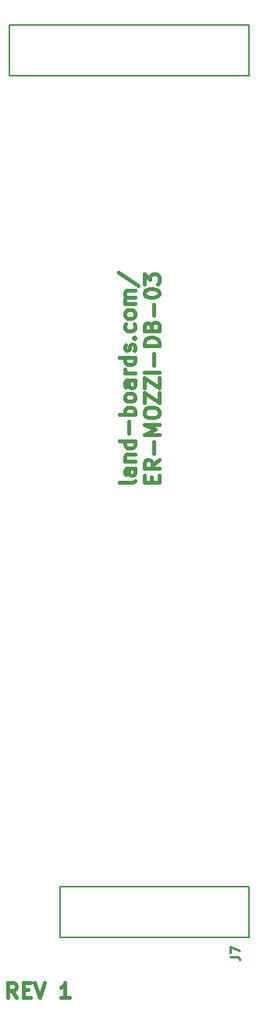
<source format=gto>
%TF.GenerationSoftware,KiCad,Pcbnew,(6.0.1)*%
%TF.CreationDate,2023-01-25T11:42:49-05:00*%
%TF.ProjectId,ER-PROTO-03-MOZZI-DB,45522d50-524f-4544-9f2d-30332d4d4f5a,1*%
%TF.SameCoordinates,Original*%
%TF.FileFunction,Legend,Top*%
%TF.FilePolarity,Positive*%
%FSLAX46Y46*%
G04 Gerber Fmt 4.6, Leading zero omitted, Abs format (unit mm)*
G04 Created by KiCad (PCBNEW (6.0.1)) date 2023-01-25 11:42:49*
%MOMM*%
%LPD*%
G01*
G04 APERTURE LIST*
%ADD10C,0.150000*%
%ADD11C,0.381000*%
%ADD12C,0.254000*%
G04 APERTURE END LIST*
D10*
X105000000Y-104000000D02*
X125500000Y-104000000D01*
X125500000Y-104000000D02*
X125500000Y-109500000D01*
X125500000Y-109500000D02*
X105000000Y-109500000D01*
X105000000Y-109500000D02*
X105000000Y-104000000D01*
X99500000Y-10500000D02*
X125500000Y-10500000D01*
X125500000Y-10500000D02*
X125500000Y-16000000D01*
X125500000Y-16000000D02*
X99500000Y-16000000D01*
X99500000Y-16000000D02*
X99500000Y-10500000D01*
D11*
X100257428Y-116062880D02*
X99707095Y-115276690D01*
X99314000Y-116062880D02*
X99314000Y-114411880D01*
X99942952Y-114411880D01*
X100100190Y-114490500D01*
X100178809Y-114569119D01*
X100257428Y-114726357D01*
X100257428Y-114962214D01*
X100178809Y-115119452D01*
X100100190Y-115198071D01*
X99942952Y-115276690D01*
X99314000Y-115276690D01*
X100965000Y-115198071D02*
X101515333Y-115198071D01*
X101751190Y-116062880D02*
X100965000Y-116062880D01*
X100965000Y-114411880D01*
X101751190Y-114411880D01*
X102222904Y-114411880D02*
X102773238Y-116062880D01*
X103323571Y-114411880D01*
X105996619Y-116062880D02*
X105053190Y-116062880D01*
X105524904Y-116062880D02*
X105524904Y-114411880D01*
X105367666Y-114647738D01*
X105210428Y-114804976D01*
X105053190Y-114883595D01*
X113082825Y-59940976D02*
X113004206Y-60098214D01*
X112846968Y-60176833D01*
X111431825Y-60176833D01*
X113082825Y-58604452D02*
X112218016Y-58604452D01*
X112060778Y-58683071D01*
X111982159Y-58840309D01*
X111982159Y-59154785D01*
X112060778Y-59312023D01*
X113004206Y-58604452D02*
X113082825Y-58761690D01*
X113082825Y-59154785D01*
X113004206Y-59312023D01*
X112846968Y-59390642D01*
X112689730Y-59390642D01*
X112532492Y-59312023D01*
X112453873Y-59154785D01*
X112453873Y-58761690D01*
X112375254Y-58604452D01*
X111982159Y-57818261D02*
X113082825Y-57818261D01*
X112139397Y-57818261D02*
X112060778Y-57739642D01*
X111982159Y-57582404D01*
X111982159Y-57346547D01*
X112060778Y-57189309D01*
X112218016Y-57110690D01*
X113082825Y-57110690D01*
X113082825Y-55616928D02*
X111431825Y-55616928D01*
X113004206Y-55616928D02*
X113082825Y-55774166D01*
X113082825Y-56088642D01*
X113004206Y-56245880D01*
X112925587Y-56324500D01*
X112768349Y-56403119D01*
X112296635Y-56403119D01*
X112139397Y-56324500D01*
X112060778Y-56245880D01*
X111982159Y-56088642D01*
X111982159Y-55774166D01*
X112060778Y-55616928D01*
X112453873Y-54830738D02*
X112453873Y-53572833D01*
X113082825Y-52786642D02*
X111431825Y-52786642D01*
X112060778Y-52786642D02*
X111982159Y-52629404D01*
X111982159Y-52314928D01*
X112060778Y-52157690D01*
X112139397Y-52079071D01*
X112296635Y-52000452D01*
X112768349Y-52000452D01*
X112925587Y-52079071D01*
X113004206Y-52157690D01*
X113082825Y-52314928D01*
X113082825Y-52629404D01*
X113004206Y-52786642D01*
X113082825Y-51057023D02*
X113004206Y-51214261D01*
X112925587Y-51292880D01*
X112768349Y-51371500D01*
X112296635Y-51371500D01*
X112139397Y-51292880D01*
X112060778Y-51214261D01*
X111982159Y-51057023D01*
X111982159Y-50821166D01*
X112060778Y-50663928D01*
X112139397Y-50585309D01*
X112296635Y-50506690D01*
X112768349Y-50506690D01*
X112925587Y-50585309D01*
X113004206Y-50663928D01*
X113082825Y-50821166D01*
X113082825Y-51057023D01*
X113082825Y-49091547D02*
X112218016Y-49091547D01*
X112060778Y-49170166D01*
X111982159Y-49327404D01*
X111982159Y-49641880D01*
X112060778Y-49799119D01*
X113004206Y-49091547D02*
X113082825Y-49248785D01*
X113082825Y-49641880D01*
X113004206Y-49799119D01*
X112846968Y-49877738D01*
X112689730Y-49877738D01*
X112532492Y-49799119D01*
X112453873Y-49641880D01*
X112453873Y-49248785D01*
X112375254Y-49091547D01*
X113082825Y-48305357D02*
X111982159Y-48305357D01*
X112296635Y-48305357D02*
X112139397Y-48226738D01*
X112060778Y-48148119D01*
X111982159Y-47990880D01*
X111982159Y-47833642D01*
X113082825Y-46575738D02*
X111431825Y-46575738D01*
X113004206Y-46575738D02*
X113082825Y-46732976D01*
X113082825Y-47047452D01*
X113004206Y-47204690D01*
X112925587Y-47283309D01*
X112768349Y-47361928D01*
X112296635Y-47361928D01*
X112139397Y-47283309D01*
X112060778Y-47204690D01*
X111982159Y-47047452D01*
X111982159Y-46732976D01*
X112060778Y-46575738D01*
X113004206Y-45868166D02*
X113082825Y-45710928D01*
X113082825Y-45396452D01*
X113004206Y-45239214D01*
X112846968Y-45160595D01*
X112768349Y-45160595D01*
X112611111Y-45239214D01*
X112532492Y-45396452D01*
X112532492Y-45632309D01*
X112453873Y-45789547D01*
X112296635Y-45868166D01*
X112218016Y-45868166D01*
X112060778Y-45789547D01*
X111982159Y-45632309D01*
X111982159Y-45396452D01*
X112060778Y-45239214D01*
X112925587Y-44453023D02*
X113004206Y-44374404D01*
X113082825Y-44453023D01*
X113004206Y-44531642D01*
X112925587Y-44453023D01*
X113082825Y-44453023D01*
X113004206Y-42959261D02*
X113082825Y-43116500D01*
X113082825Y-43430976D01*
X113004206Y-43588214D01*
X112925587Y-43666833D01*
X112768349Y-43745452D01*
X112296635Y-43745452D01*
X112139397Y-43666833D01*
X112060778Y-43588214D01*
X111982159Y-43430976D01*
X111982159Y-43116500D01*
X112060778Y-42959261D01*
X113082825Y-42015833D02*
X113004206Y-42173071D01*
X112925587Y-42251690D01*
X112768349Y-42330309D01*
X112296635Y-42330309D01*
X112139397Y-42251690D01*
X112060778Y-42173071D01*
X111982159Y-42015833D01*
X111982159Y-41779976D01*
X112060778Y-41622738D01*
X112139397Y-41544119D01*
X112296635Y-41465500D01*
X112768349Y-41465500D01*
X112925587Y-41544119D01*
X113004206Y-41622738D01*
X113082825Y-41779976D01*
X113082825Y-42015833D01*
X113082825Y-40757928D02*
X111982159Y-40757928D01*
X112139397Y-40757928D02*
X112060778Y-40679309D01*
X111982159Y-40522071D01*
X111982159Y-40286214D01*
X112060778Y-40128976D01*
X112218016Y-40050357D01*
X113082825Y-40050357D01*
X112218016Y-40050357D02*
X112060778Y-39971738D01*
X111982159Y-39814500D01*
X111982159Y-39578642D01*
X112060778Y-39421404D01*
X112218016Y-39342785D01*
X113082825Y-39342785D01*
X111353206Y-37377309D02*
X113475921Y-38792452D01*
X114876126Y-60137523D02*
X114876126Y-59587190D01*
X115740935Y-59351333D02*
X115740935Y-60137523D01*
X114089935Y-60137523D01*
X114089935Y-59351333D01*
X115740935Y-57700333D02*
X114954745Y-58250666D01*
X115740935Y-58643761D02*
X114089935Y-58643761D01*
X114089935Y-58014809D01*
X114168555Y-57857571D01*
X114247174Y-57778952D01*
X114404412Y-57700333D01*
X114640269Y-57700333D01*
X114797507Y-57778952D01*
X114876126Y-57857571D01*
X114954745Y-58014809D01*
X114954745Y-58643761D01*
X115111983Y-56992761D02*
X115111983Y-55734857D01*
X115740935Y-54948666D02*
X114089935Y-54948666D01*
X115269221Y-54398333D01*
X114089935Y-53848000D01*
X115740935Y-53848000D01*
X114089935Y-52747333D02*
X114089935Y-52432857D01*
X114168555Y-52275619D01*
X114325793Y-52118380D01*
X114640269Y-52039761D01*
X115190602Y-52039761D01*
X115505078Y-52118380D01*
X115662316Y-52275619D01*
X115740935Y-52432857D01*
X115740935Y-52747333D01*
X115662316Y-52904571D01*
X115505078Y-53061809D01*
X115190602Y-53140428D01*
X114640269Y-53140428D01*
X114325793Y-53061809D01*
X114168555Y-52904571D01*
X114089935Y-52747333D01*
X114089935Y-51489428D02*
X114089935Y-50388761D01*
X115740935Y-51489428D01*
X115740935Y-50388761D01*
X114089935Y-49917047D02*
X114089935Y-48816380D01*
X115740935Y-49917047D01*
X115740935Y-48816380D01*
X115740935Y-48187428D02*
X114089935Y-48187428D01*
X115111983Y-47401238D02*
X115111983Y-46143333D01*
X115740935Y-45357142D02*
X114089935Y-45357142D01*
X114089935Y-44964047D01*
X114168555Y-44728190D01*
X114325793Y-44570952D01*
X114483031Y-44492333D01*
X114797507Y-44413714D01*
X115033364Y-44413714D01*
X115347840Y-44492333D01*
X115505078Y-44570952D01*
X115662316Y-44728190D01*
X115740935Y-44964047D01*
X115740935Y-45357142D01*
X114876126Y-43155809D02*
X114954745Y-42919952D01*
X115033364Y-42841333D01*
X115190602Y-42762714D01*
X115426459Y-42762714D01*
X115583697Y-42841333D01*
X115662316Y-42919952D01*
X115740935Y-43077190D01*
X115740935Y-43706142D01*
X114089935Y-43706142D01*
X114089935Y-43155809D01*
X114168555Y-42998571D01*
X114247174Y-42919952D01*
X114404412Y-42841333D01*
X114561650Y-42841333D01*
X114718888Y-42919952D01*
X114797507Y-42998571D01*
X114876126Y-43155809D01*
X114876126Y-43706142D01*
X115111983Y-42055142D02*
X115111983Y-40797238D01*
X114089935Y-39696571D02*
X114089935Y-39539333D01*
X114168555Y-39382095D01*
X114247174Y-39303476D01*
X114404412Y-39224857D01*
X114718888Y-39146238D01*
X115111983Y-39146238D01*
X115426459Y-39224857D01*
X115583697Y-39303476D01*
X115662316Y-39382095D01*
X115740935Y-39539333D01*
X115740935Y-39696571D01*
X115662316Y-39853809D01*
X115583697Y-39932428D01*
X115426459Y-40011047D01*
X115111983Y-40089666D01*
X114718888Y-40089666D01*
X114404412Y-40011047D01*
X114247174Y-39932428D01*
X114168555Y-39853809D01*
X114089935Y-39696571D01*
X114089935Y-38595904D02*
X114089935Y-37573857D01*
X114718888Y-38124190D01*
X114718888Y-37888333D01*
X114797507Y-37731095D01*
X114876126Y-37652476D01*
X115033364Y-37573857D01*
X115426459Y-37573857D01*
X115583697Y-37652476D01*
X115662316Y-37731095D01*
X115740935Y-37888333D01*
X115740935Y-38360047D01*
X115662316Y-38517285D01*
X115583697Y-38595904D01*
D12*
%TO.C,J7*%
X123443625Y-111590666D02*
X124169339Y-111590666D01*
X124314482Y-111639047D01*
X124411244Y-111735809D01*
X124459625Y-111880952D01*
X124459625Y-111977714D01*
X123443625Y-111203619D02*
X123443625Y-110526285D01*
X124459625Y-110961714D01*
%TD*%
M02*

</source>
